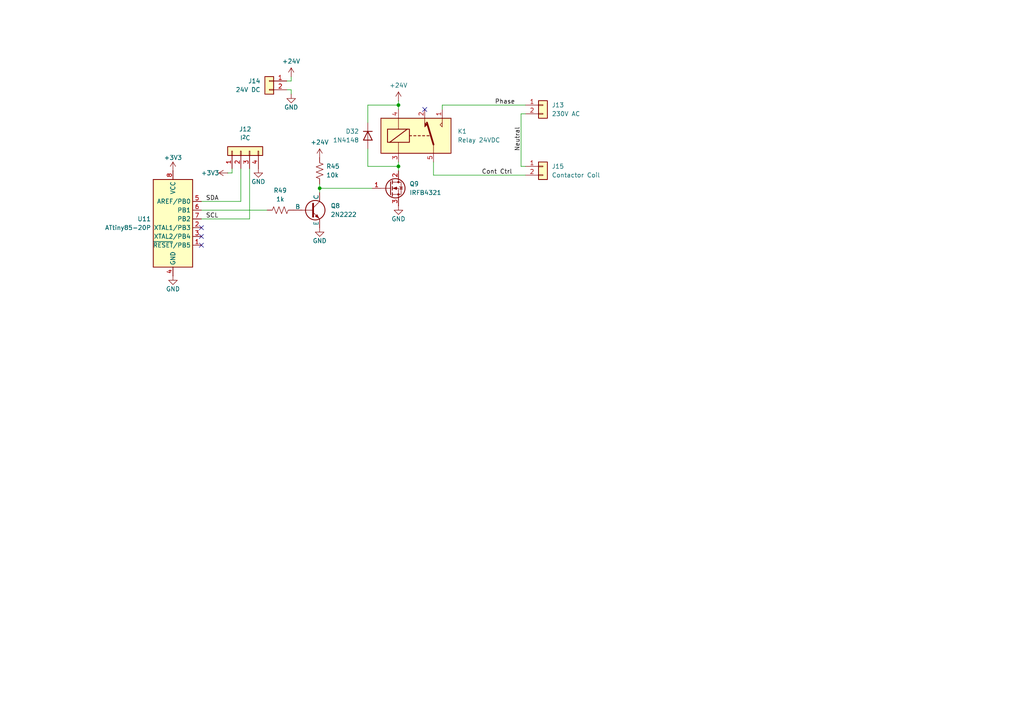
<source format=kicad_sch>
(kicad_sch (version 20250114) (generator "eeschema") (generator_version "9.0")
  (paper "A4")
  (lib_symbols
    (symbol "Connector_Generic:Conn_01x02" (pin_names (offset 1.016) (hide yes))
      (property "Reference" "J" (at 0 2.54 0))
      (property "Value" "Conn_01x02" (at 0 -5.08 0))
      (symbol "Conn_01x02_1_1"
        (rectangle (start -1.27 1.27) (end 1.27 -3.81) (stroke (width 0.254)) (fill (type background)))
        (rectangle (start -1.27 0.127) (end 0 -0.127) (stroke (width 0.1524)))
        (rectangle (start -1.27 -2.413) (end 0 -2.667) (stroke (width 0.1524)))
        (pin passive line (at -5.08 0 0) (length 3.81) (name "Pin_1") (number "1"))
        (pin passive line (at -5.08 -2.54 0) (length 3.81) (name "Pin_2") (number "2"))
      )
    )
    (symbol "Connector_Generic:Conn_01x04" (pin_names (offset 1.016) (hide yes))
      (property "Reference" "J" (at 0 5.08 0))
      (property "Value" "Conn_01x04" (at 0 -7.62 0))
      (symbol "Conn_01x04_1_1"
        (rectangle (start -1.27 3.81) (end 1.27 -6.35) (stroke (width 0.254)) (fill (type background)))
        (rectangle (start -1.27 2.667) (end 0 2.413) (stroke (width 0.1524)))
        (rectangle (start -1.27 0.127) (end 0 -0.127) (stroke (width 0.1524)))
        (rectangle (start -1.27 -2.413) (end 0 -2.667) (stroke (width 0.1524)))
        (rectangle (start -1.27 -4.953) (end 0 -5.207) (stroke (width 0.1524)))
        (pin passive line (at -5.08 2.54 0) (length 3.81) (name "Pin_1") (number "1"))
        (pin passive line (at -5.08 0 0) (length 3.81) (name "Pin_2") (number "2"))
        (pin passive line (at -5.08 -2.54 0) (length 3.81) (name "Pin_3") (number "3"))
        (pin passive line (at -5.08 -5.08 0) (length 3.81) (name "Pin_4") (number "4"))
      )
    )
    (symbol "Device:Q_NMOS_GDS" (pin_names (offset 0) (hide yes))
      (property "Reference" "Q" (at 5.08 1.27 0))
      (property "Value" "Q_NMOS_GDS" (at 5.08 -1.27 0))
      (symbol "Q_NMOS_GDS_0_1"
        (polyline (pts (xy 0.254 1.905) (xy 0.254 -1.905)) (stroke (width 0.254)))
        (polyline (pts (xy 0.254 0) (xy -2.54 0)))
        (polyline (pts (xy 0.762 2.286) (xy 0.762 1.27)) (stroke (width 0.254)))
        (polyline (pts (xy 0.762 0.508) (xy 0.762 -0.508)) (stroke (width 0.254)))
        (polyline (pts (xy 0.762 -1.27) (xy 0.762 -2.286)) (stroke (width 0.254)))
        (polyline (pts (xy 0.762 -1.778) (xy 3.302 -1.778) (xy 3.302 1.778) (xy 0.762 1.778)))
        (polyline (pts (xy 1.016 0) (xy 2.032 0.381) (xy 2.032 -0.381) (xy 1.016 0)) (fill (type outline)))
        (circle (center 1.651 0) (radius 2.794) (stroke (width 0.254)))
        (polyline (pts (xy 2.54 2.54) (xy 2.54 1.778)))
        (circle (center 2.54 1.778) (radius 0.254) (fill (type outline)))
        (circle (center 2.54 -1.778) (radius 0.254) (fill (type outline)))
        (polyline (pts (xy 2.54 -2.54) (xy 2.54 0) (xy 0.762 0)))
        (polyline (pts (xy 2.794 0.508) (xy 2.921 0.381) (xy 3.683 0.381) (xy 3.81 0.254)))
        (polyline (pts (xy 3.302 0.381) (xy 2.921 -0.254) (xy 3.683 -0.254) (xy 3.302 0.381)))
      )
      (symbol "Q_NMOS_GDS_1_1"
        (pin input line (at -5.08 0 0) (length 2.54) (name "G") (number "1"))
        (pin passive line (at 2.54 5.08 270) (length 2.54) (name "D") (number "2"))
        (pin passive line (at 2.54 -5.08 90) (length 2.54) (name "S") (number "3"))
      )
    )
    (symbol "Device:R_US" (pin_numbers (hide yes)) (pin_names (offset 0))
      (property "Reference" "R" (at 2.54 0 90))
      (property "Value" "R_US" (at -2.54 0 90))
      (symbol "R_US_0_1"
        (polyline (pts (xy 0 2.286) (xy 0 2.54)))
        (polyline (pts (xy 0 2.286) (xy 1.016 1.905) (xy 0 1.524) (xy -1.016 1.143) (xy 0 0.762)))
        (polyline (pts (xy 0 0.762) (xy 1.016 0.381) (xy 0 0) (xy -1.016 -0.381) (xy 0 -0.762)))
        (polyline (pts (xy 0 -0.762) (xy 1.016 -1.143) (xy 0 -1.524) (xy -1.016 -1.905) (xy 0 -2.286)))
        (polyline (pts (xy 0 -2.286) (xy 0 -2.54)))
      )
      (symbol "R_US_1_1"
        (pin passive line (at 0 3.81 270) (length 1.27) (name "~") (number "1"))
        (pin passive line (at 0 -3.81 90) (length 1.27) (name "~") (number "2"))
      )
    )
    (symbol "Diode:1N4148" (pin_numbers (hide yes)) (pin_names (hide yes))
      (property "Reference" "D" (at 0 2.54 0))
      (property "Value" "1N4148" (at 0 -2.54 0))
      (symbol "1N4148_0_1"
        (polyline (pts (xy -1.27 1.27) (xy -1.27 -1.27)) (stroke (width 0.254)))
        (polyline (pts (xy 1.27 1.27) (xy 1.27 -1.27) (xy -1.27 0) (xy 1.27 1.27)) (stroke (width 0.254)))
        (polyline (pts (xy 1.27 0) (xy -1.27 0)))
      )
      (symbol "1N4148_1_1"
        (pin passive line (at -3.81 0 0) (length 2.54) (name "K") (number "1"))
        (pin passive line (at 3.81 0 180) (length 2.54) (name "A") (number "2"))
      )
    )
    (symbol "MCU_Microchip_ATtiny:ATtiny85-20P"
      (property "Reference" "U11" (at -6.35 1.27 0))
      (property "Value" "ATtiny85-20P" (at -6.35 -1.27 0))
      (symbol "ATtiny85-20P_0_1"
        (rectangle (start -5.715 12.7) (end 5.715 -12.7) (stroke (width 0.254)) (fill (type background)))
      )
      (symbol "ATtiny85-20P_1_1"
        (pin power_in line (at 0 15.24 270) (length 2.54) (name "VCC") (number "8"))
        (pin power_in line (at 0 -15.24 90) (length 2.54) (name "GND") (number "4"))
        (pin bidirectional line (at 8.255 6.35 180) (length 2.54) (name "AREF/PB0") (number "5"))
        (pin bidirectional line (at 8.255 3.81 180) (length 2.54) (name "PB1") (number "6"))
        (pin bidirectional line (at 8.255 1.27 180) (length 2.54) (name "PB2") (number "7"))
        (pin bidirectional line (at 8.255 -1.27 180) (length 2.54) (name "XTAL1/PB3") (number "2"))
        (pin bidirectional line (at 8.255 -3.81 180) (length 2.54) (name "XTAL2/PB4") (number "3"))
        (pin bidirectional line (at 8.255 -6.35 180) (length 2.54) (name "~{RESET}/PB5") (number "1"))
      )
    )
    (symbol "Relay:Y14x-1C-xxDS"
      (property "Reference" "K" (at 11.43 3.81 0))
      (property "Value" "Y14x-1C-xxDS" (at 11.43 1.27 0))
      (symbol "Y14x-1C-xxDS_0_0"
        (polyline (pts (xy 7.62 5.08) (xy 7.62 2.54) (xy 6.985 3.175) (xy 7.62 3.81)))
      )
      (symbol "Y14x-1C-xxDS_0_1"
        (rectangle (start -10.16 5.08) (end 10.16 -5.08) (stroke (width 0.254)) (fill (type background)))
        (rectangle (start -8.255 1.905) (end -1.905 -1.905) (stroke (width 0.254)))
        (polyline (pts (xy -7.62 -1.905) (xy -2.54 1.905)) (stroke (width 0.254)))
        (polyline (pts (xy -5.08 5.08) (xy -5.08 1.905)))
        (polyline (pts (xy -5.08 -5.08) (xy -5.08 -1.905)))
        (polyline (pts (xy -1.905 0) (xy -1.27 0)) (stroke (width 0.254)))
        (polyline (pts (xy -0.635 0) (xy 0 0)) (stroke (width 0.254)))
        (polyline (pts (xy 0.635 0) (xy 1.27 0)) (stroke (width 0.254)))
        (polyline (pts (xy 1.905 0) (xy 2.54 0)) (stroke (width 0.254)))
        (polyline (pts (xy 2.54 5.08) (xy 2.54 2.54) (xy 3.175 3.175) (xy 2.54 3.81)) (fill (type outline)))
        (polyline (pts (xy 3.175 0) (xy 3.81 0)) (stroke (width 0.254)))
        (polyline (pts (xy 5.08 -2.54) (xy 3.175 3.81)) (stroke (width 0.508)))
        (polyline (pts (xy 5.08 -2.54) (xy 5.08 -5.08)))
      )
      (symbol "Y14x-1C-xxDS_1_1"
        (pin passive line (at -5.08 7.62 270) (length 2.54) (name "~") (number "4"))
        (pin passive line (at -5.08 -7.62 90) (length 2.54) (name "~") (number "3"))
        (pin passive line (at 2.54 7.62 270) (length 2.54) (name "~") (number "2"))
        (pin passive line (at 5.08 -7.62 90) (length 2.54) (name "~") (number "5"))
        (pin passive line (at 5.08 -7.62 90) (length 2.54) (hide yes) (name "~") (number "6"))
        (pin passive line (at 7.62 7.62 270) (length 2.54) (name "~") (number "1"))
      )
    )
    (symbol "Simulation_SPICE:NPN" (pin_numbers (hide yes)) (pin_names (offset 0))
      (property "Reference" "Q" (at -2.54 7.62 0))
      (property "Value" "NPN" (at -2.54 5.08 0))
      (symbol "NPN_0_1"
        (polyline (pts (xy -2.54 0) (xy 0.635 0)) (stroke (width 0.1524)))
        (polyline (pts (xy 0.635 1.905) (xy 0.635 -1.905) (xy 0.635 -1.905)) (stroke (width 0.508)))
        (polyline (pts (xy 0.635 0.635) (xy 2.54 2.54)))
        (polyline (pts (xy 0.635 -0.635) (xy 2.54 -2.54) (xy 2.54 -2.54)))
        (circle (center 1.27 0) (radius 2.8194) (stroke (width 0.254)))
        (polyline (pts (xy 1.27 -1.778) (xy 1.778 -1.27) (xy 2.286 -2.286) (xy 1.27 -1.778) (xy 1.27 -1.778)) (fill (type outline)))
        (polyline (pts (xy 2.794 -1.27) (xy 2.794 -1.27)) (stroke (width 0.1524)))
        (polyline (pts (xy 2.794 -1.27) (xy 2.794 -1.27)) (stroke (width 0.1524)))
      )
      (symbol "NPN_1_1"
        (pin input line (at -5.08 0 0) (length 2.54) (name "B") (number "2"))
        (pin open_collector line (at 2.54 5.08 270) (length 2.54) (name "C") (number "1"))
        (pin open_emitter line (at 2.54 -5.08 90) (length 2.54) (name "E") (number "3"))
      )
    )
    (symbol "power:+24V" (power) (pin_numbers (hide yes)) (pin_names (offset 0) (hide yes))
      (property "Value" "+24V" (at 0 3.556 0))
      (symbol "+24V_0_1"
        (polyline (pts (xy -0.762 1.27) (xy 0 2.54)))
        (polyline (pts (xy 0 2.54) (xy 0.762 1.27)))
        (polyline (pts (xy 0 0) (xy 0 2.54)))
      )
      (symbol "+24V_1_1"
        (pin power_in line (at 0 0 90) (length 0) (name "~") (number "1"))
      )
    )
    (symbol "power:+3V3" (power) (pin_numbers (hide yes)) (pin_names (offset 0) (hide yes))
      (property "Value" "+3V3" (at 0 3.556 0))
      (symbol "+3V3_0_1"
        (polyline (pts (xy -0.762 1.27) (xy 0 2.54)))
        (polyline (pts (xy 0 2.54) (xy 0.762 1.27)))
        (polyline (pts (xy 0 0) (xy 0 2.54)))
      )
      (symbol "+3V3_1_1"
        (pin power_in line (at 0 0 90) (length 0) (name "~") (number "1"))
      )
    )
    (symbol "power:GND" (power) (pin_numbers (hide yes)) (pin_names (offset 0) (hide yes))
      (property "Value" "GND" (at 0 -3.81 0))
      (symbol "GND_0_1"
        (polyline (pts (xy 0 0) (xy 0 -1.27) (xy 1.27 -1.27) (xy 0 -2.54) (xy -1.27 -1.27) (xy 0 -1.27)))
      )
      (symbol "GND_1_1"
        (pin power_in line (at 0 0 270) (length 0) (name "~") (number "1"))
      )
    )
  )
  (junction (at 115.57 30.48))
  (junction (at 115.57 48.26))
  (junction (at 92.71 54.61))
  (no_connect (at 123.19 31.75))
  (no_connect (at 58.42 68.58))
  (no_connect (at 58.42 71.12))
  (no_connect (at 58.42 66.04))
  (wire (pts (xy 106.68 30.48) (xy 115.57 30.48)))
  (wire (pts (xy 66.04 50.165) (xy 67.31 50.165)))
  (wire (pts (xy 115.57 46.99) (xy 115.57 48.26)))
  (wire (pts (xy 69.85 48.895) (xy 69.85 58.42)))
  (wire (pts (xy 67.31 50.165) (xy 67.31 48.895)))
  (wire (pts (xy 58.42 63.5) (xy 72.39 63.5)))
  (wire (pts (xy 84.455 22.225) (xy 84.455 23.495)))
  (wire (pts (xy 115.57 30.48) (xy 115.57 31.75)))
  (wire (pts (xy 58.42 60.96) (xy 77.47 60.96)))
  (wire (pts (xy 106.68 43.18) (xy 106.68 48.26)))
  (wire (pts (xy 84.455 27.305) (xy 84.455 26.035)))
  (wire (pts (xy 152.4 33.02) (xy 151.13 33.02)))
  (wire (pts (xy 125.73 50.8) (xy 152.4 50.8)))
  (wire (pts (xy 151.13 33.02) (xy 151.13 48.26)))
  (wire (pts (xy 152.4 30.48) (xy 128.27 30.48)))
  (wire (pts (xy 84.455 23.495) (xy 83.185 23.495)))
  (wire (pts (xy 92.71 54.61) (xy 92.71 55.88)))
  (wire (pts (xy 92.71 53.34) (xy 92.71 54.61)))
  (wire (pts (xy 115.57 29.21) (xy 115.57 30.48)))
  (wire (pts (xy 151.13 48.26) (xy 152.4 48.26)))
  (wire (pts (xy 84.455 26.035) (xy 83.185 26.035)))
  (wire (pts (xy 106.68 30.48) (xy 106.68 35.56)))
  (wire (pts (xy 115.57 48.26) (xy 115.57 49.53)))
  (wire (pts (xy 92.71 54.61) (xy 107.95 54.61)))
  (wire (pts (xy 58.42 58.42) (xy 69.85 58.42)))
  (wire (pts (xy 128.27 30.48) (xy 128.27 31.75)))
  (wire (pts (xy 72.39 48.895) (xy 72.39 63.5)))
  (wire (pts (xy 106.68 48.26) (xy 115.57 48.26)))
  (wire (pts (xy 125.73 46.99) (xy 125.73 50.8)))
  (label "Phase" (at 143.51 30.48 0))
  (label "SCL" (at 59.69 63.5 0))
  (label "Cont Ctrl" (at 139.7 50.8 0))
  (label "Neutral" (at 151.13 43.815 90))
  (label "SDA" (at 59.69 58.42 0))
  (symbol (lib_id "power:+3V3") (at 50.165 49.53 0) (unit 1)
    (property "Reference" "#PWR0128" (effects (hide yes)))
    (property "Value" "+3V3" (at 50.165 45.72 0))
    (property "Description" "Power symbol creates a global label with name \"+3V3\"" (effects (hide yes)))
  )
  (symbol (lib_id "MCU_Microchip_ATtiny:ATtiny85-20P") (at 50.165 64.77 0) (unit 1)
    (property "Reference" "U11" (at 43.815 63.5 0) (effects (justify right)))
    (property "Value" "ATtiny85-20P" (at 43.815 66.04 0) (effects (justify right)))
    (property "Footprint" "Package_DIP:DIP-8_W7.62mm" (effects (hide yes)))
    (property "Datasheet" "http://ww1.microchip.com/downloads/en/DeviceDoc/atmel-2586-avr-8-bit-microcontroller-attiny25-attiny45-attiny85_datasheet.pdf" (effects (hide yes)))
    (property "Description" "20MHz, 8kB Flash, 512B SRAM, 512B EEPROM, debugWIRE, DIP-8" (effects (hide yes)))
  )
  (symbol (lib_id "Relay:Y14x-1C-xxDS") (at 120.65 39.37 0) (unit 1)
    (property "Reference" "K1" (at 132.715 38.1 0) (effects (justify left)))
    (property "Value" "Relay 24VDC" (at 132.715 40.64 0) (effects (justify left)))
    (property "Footprint" "Relay_THT:Relay_SPDT_HsinDa_Y14" (effects (hide yes)))
    (property "Datasheet" "http://www.hsinda.com.tw/upload/file/Y14-20200430135145.pdf" (effects (hide yes)))
    (property "Description" "Hsin Da Y14-series relay, Single Pole Dual Throw" (effects (hide yes)))
  )
  (symbol (lib_id "Connector_Generic:Conn_01x02") (at 78.105 23.495 0) (mirror y) (unit 1)
    (property "Reference" "J14" (at 75.565 23.495 0) (effects (justify left)))
    (property "Value" "24V DC" (at 75.565 26.035 0) (effects (justify left)))
    (property "Footprint" "TFG-Brushless-ESC:Barrier_1x02" (effects (hide yes)))
    (property "Datasheet" "https://lcsc.com/datasheet/lcsc_datasheet_2306191717_DORABO-DBT50G-9-5-2P-BK-P-OGC_C395958.pdf" (effects (hide yes)))
    (property "Description" "C395958" (effects (hide yes)))
    (property "LCSC part" "C395958" (effects (hide yes)))
  )
  (symbol (lib_id "power:+24V") (at 84.455 22.225 0) (unit 1)
    (property "Reference" "#PWR0159" (effects (hide yes)))
    (property "Value" "+24V" (at 84.455 17.78 0))
    (property "Description" "Power symbol creates a global label with name \"+24V\"" (effects (hide yes)))
  )
  (symbol (lib_id "Device:R_US") (at 81.28 60.96 90) (unit 1)
    (property "Reference" "R49" (at 81.28 55.245 90))
    (property "Value" "1k" (at 81.28 57.785 90))
    (property "Footprint" "Resistor_THT:R_Axial_DIN0207_L6.3mm_D2.5mm_P15.24mm_Horizontal" (effects (hide yes)))
    (property "Description" "Resistor, US symbol" (effects (hide yes)))
  )
  (symbol (lib_id "Diode:1N4148") (at 106.68 39.37 270) (unit 1)
    (property "Reference" "D32" (at 104.14 38.1 90) (effects (justify right)))
    (property "Value" "1N4148" (at 104.14 40.64 90) (effects (justify right)))
    (property "Footprint" "Diode_THT:D_DO-35_SOD27_P7.62mm_Horizontal" (effects (hide yes)))
    (property "Datasheet" "https://assets.nexperia.com/documents/data-sheet/1N4148_1N4448.pdf" (effects (hide yes)))
    (property "Description" "100V 0.15A standard switching diode, DO-35" (effects (hide yes)))
    (property "Sim.Device" "D" (effects (hide yes)))
    (property "Sim.Pins" "1=K 2=A" (effects (hide yes)))
  )
  (symbol (lib_id "Simulation_SPICE:NPN") (at 90.17 60.96 0) (unit 1)
    (property "Reference" "Q8" (at 95.885 59.69 0) (effects (justify left)))
    (property "Value" "2N2222" (at 95.885 62.23 0) (effects (justify left)))
    (property "Footprint" "Package_TO_SOT_THT:TO-92" (effects (hide yes)))
    (property "Datasheet" "https://ngspice.sourceforge.io/docs/ngspice-html-manual/manual.xhtml#cha_BJTs" (effects (hide yes)))
    (property "Description" "Bipolar transistor symbol for simulation only, substrate tied to the emitter" (effects (hide yes)))
    (property "Sim.Device" "NPN" (effects (hide yes)))
    (property "Sim.Type" "GUMMELPOON" (effects (hide yes)))
    (property "Sim.Pins" "1=C 2=B 3=E" (effects (hide yes)))
  )
  (symbol (lib_id "power:+24V") (at 92.71 45.72 0) (unit 1)
    (property "Reference" "#PWR0112" (effects (hide yes)))
    (property "Value" "+24V" (at 92.71 41.275 0))
    (property "Description" "Power symbol creates a global label with name \"+24V\"" (effects (hide yes)))
  )
  (symbol (lib_id "power:+24V") (at 115.57 29.21 0) (unit 1)
    (property "Reference" "#PWR0158" (effects (hide yes)))
    (property "Value" "+24V" (at 115.57 24.765 0))
    (property "Description" "Power symbol creates a global label with name \"+24V\"" (effects (hide yes)))
  )
  (symbol (lib_id "Device:Q_NMOS_GDS") (at 113.03 54.61 0) (unit 1)
    (property "Reference" "Q9" (at 118.745 53.34 0) (effects (justify left)))
    (property "Value" "IRFB4321" (at 118.745 55.88 0) (effects (justify left)))
    (property "Footprint" "Package_TO_SOT_THT:TO-220-3_Vertical" (effects (hide yes)))
    (property "Datasheet" "https://www.infineon.com/dgdl/Infineon-IRFB4321-DataSheet-v01_01-EN.pdf?fileId=5546d462533600a4015356162af41e33" (effects (hide yes)))
    (property "Description" "N-MOSFET transistor, gate/drain/source" (effects (hide yes)))
    (property "LCSC part" " C2656" (effects (hide yes)))
  )
  (symbol (lib_id "Connector_Generic:Conn_01x04") (at 69.85 43.815 90) (unit 1)
    (property "Reference" "J12" (at 71.12 37.465 90))
    (property "Value" "I^{2}C" (at 71.12 40.005 90))
    (property "Footprint" "Connector_PinHeader_2.54mm:PinHeader_1x04_P2.54mm_Horizontal" (effects (hide yes)))
    (property "Description" "Generic connector, single row, 01x04, script generated (kicad-library-utils/schlib/autogen/connector/)" (effects (hide yes)))
  )
  (symbol (lib_id "Device:R_US") (at 92.71 49.53 0) (unit 1)
    (property "Reference" "R45" (at 94.615 48.26 0) (effects (justify left)))
    (property "Value" "10k" (at 94.615 50.8 0) (effects (justify left)))
    (property "Footprint" "Resistor_THT:R_Axial_DIN0207_L6.3mm_D2.5mm_P15.24mm_Horizontal" (effects (hide yes)))
    (property "Description" "Resistor, US symbol" (effects (hide yes)))
  )
  (symbol (lib_id "power:GND") (at 74.93 48.895 0) (unit 1)
    (property "Reference" "#PWR0156" (effects (hide yes)))
    (property "Value" "GND" (at 74.93 52.705 0))
    (property "Description" "Power symbol creates a global label with name \"GND\" , ground" (effects (hide yes)))
  )
  (symbol (lib_id "power:+3V3") (at 66.04 50.165 90) (unit 1)
    (property "Reference" "#PWR0155" (effects (hide yes)))
    (property "Value" "+3V3" (at 60.96 50.165 90))
    (property "Description" "Power symbol creates a global label with name \"+3V3\"" (effects (hide yes)))
  )
  (symbol (lib_id "Connector_Generic:Conn_01x02") (at 157.48 30.48 0) (unit 1)
    (property "Reference" "J13" (at 160.02 30.48 0) (effects (justify left)))
    (property "Value" "230V AC" (at 160.02 33.02 0) (effects (justify left)))
    (property "Footprint" "TFG-Brushless-ESC:Barrier_1x02" (effects (hide yes)))
    (property "Datasheet" "https://lcsc.com/datasheet/lcsc_datasheet_2306191717_DORABO-DBT50G-9-5-2P-BK-P-OGC_C395958.pdf" (effects (hide yes)))
    (property "Description" "C395958" (effects (hide yes)))
    (property "LCSC part" "C395958" (effects (hide yes)))
  )
  (symbol (lib_id "power:GND") (at 84.455 27.305 0) (unit 1)
    (property "Reference" "#PWR0160" (effects (hide yes)))
    (property "Value" "GND" (at 84.455 31.115 0))
    (property "Description" "Power symbol creates a global label with name \"GND\" , ground" (effects (hide yes)))
  )
  (symbol (lib_id "Connector_Generic:Conn_01x02") (at 157.48 48.26 0) (unit 1)
    (property "Reference" "J15" (at 160.02 48.26 0) (effects (justify left)))
    (property "Value" "Contactor Coil" (at 160.02 50.8 0) (effects (justify left)))
    (property "Footprint" "TFG-Brushless-ESC:Barrier_1x02" (effects (hide yes)))
    (property "Datasheet" "https://lcsc.com/datasheet/lcsc_datasheet_2306191717_DORABO-DBT50G-9-5-2P-BK-P-OGC_C395958.pdf" (effects (hide yes)))
    (property "Description" "C395958" (effects (hide yes)))
    (property "LCSC part" "C395958" (effects (hide yes)))
  )
  (symbol (lib_id "power:GND") (at 50.165 80.01 0) (unit 1)
    (property "Reference" "#PWR0129" (effects (hide yes)))
    (property "Value" "GND" (at 50.165 83.82 0))
    (property "Description" "Power symbol creates a global label with name \"GND\" , ground" (effects (hide yes)))
  )
  (symbol (lib_id "power:GND") (at 92.71 66.04 0) (unit 1)
    (property "Reference" "#PWR0113" (effects (hide yes)))
    (property "Value" "GND" (at 92.71 69.85 0))
    (property "Description" "Power symbol creates a global label with name \"GND\" , ground" (effects (hide yes)))
  )
  (symbol (lib_id "power:GND") (at 115.57 59.69 0) (unit 1)
    (property "Reference" "#PWR0157" (effects (hide yes)))
    (property "Value" "GND" (at 115.57 63.5 0))
    (property "Description" "Power symbol creates a global label with name \"GND\" , ground" (effects (hide yes)))
  )
)
</source>
